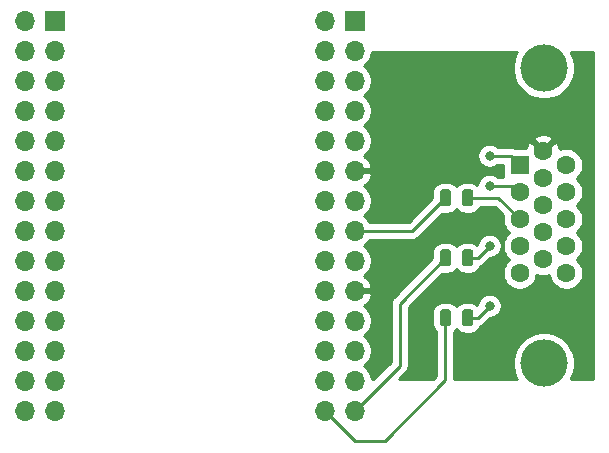
<source format=gbr>
G04 #@! TF.GenerationSoftware,KiCad,Pcbnew,(5.1.5)-3*
G04 #@! TF.CreationDate,2020-05-06T19:22:20+02:00*
G04 #@! TF.ProjectId,VGA_adapter,5647415f-6164-4617-9074-65722e6b6963,rev?*
G04 #@! TF.SameCoordinates,Original*
G04 #@! TF.FileFunction,Copper,L1,Top*
G04 #@! TF.FilePolarity,Positive*
%FSLAX46Y46*%
G04 Gerber Fmt 4.6, Leading zero omitted, Abs format (unit mm)*
G04 Created by KiCad (PCBNEW (5.1.5)-3) date 2020-05-06 19:22:20*
%MOMM*%
%LPD*%
G04 APERTURE LIST*
%ADD10C,0.100000*%
%ADD11C,4.000000*%
%ADD12C,1.600000*%
%ADD13R,1.600000X1.600000*%
%ADD14O,1.700000X1.700000*%
%ADD15R,1.700000X1.700000*%
%ADD16C,0.800000*%
%ADD17C,0.250000*%
%ADD18C,0.254000*%
G04 APERTURE END LIST*
G04 #@! TA.AperFunction,SMDPad,CuDef*
D10*
G36*
X172401142Y-103187174D02*
G01*
X172424803Y-103190684D01*
X172448007Y-103196496D01*
X172470529Y-103204554D01*
X172492153Y-103214782D01*
X172512670Y-103227079D01*
X172531883Y-103241329D01*
X172549607Y-103257393D01*
X172565671Y-103275117D01*
X172579921Y-103294330D01*
X172592218Y-103314847D01*
X172602446Y-103336471D01*
X172610504Y-103358993D01*
X172616316Y-103382197D01*
X172619826Y-103405858D01*
X172621000Y-103429750D01*
X172621000Y-104342250D01*
X172619826Y-104366142D01*
X172616316Y-104389803D01*
X172610504Y-104413007D01*
X172602446Y-104435529D01*
X172592218Y-104457153D01*
X172579921Y-104477670D01*
X172565671Y-104496883D01*
X172549607Y-104514607D01*
X172531883Y-104530671D01*
X172512670Y-104544921D01*
X172492153Y-104557218D01*
X172470529Y-104567446D01*
X172448007Y-104575504D01*
X172424803Y-104581316D01*
X172401142Y-104584826D01*
X172377250Y-104586000D01*
X171889750Y-104586000D01*
X171865858Y-104584826D01*
X171842197Y-104581316D01*
X171818993Y-104575504D01*
X171796471Y-104567446D01*
X171774847Y-104557218D01*
X171754330Y-104544921D01*
X171735117Y-104530671D01*
X171717393Y-104514607D01*
X171701329Y-104496883D01*
X171687079Y-104477670D01*
X171674782Y-104457153D01*
X171664554Y-104435529D01*
X171656496Y-104413007D01*
X171650684Y-104389803D01*
X171647174Y-104366142D01*
X171646000Y-104342250D01*
X171646000Y-103429750D01*
X171647174Y-103405858D01*
X171650684Y-103382197D01*
X171656496Y-103358993D01*
X171664554Y-103336471D01*
X171674782Y-103314847D01*
X171687079Y-103294330D01*
X171701329Y-103275117D01*
X171717393Y-103257393D01*
X171735117Y-103241329D01*
X171754330Y-103227079D01*
X171774847Y-103214782D01*
X171796471Y-103204554D01*
X171818993Y-103196496D01*
X171842197Y-103190684D01*
X171865858Y-103187174D01*
X171889750Y-103186000D01*
X172377250Y-103186000D01*
X172401142Y-103187174D01*
G37*
G04 #@! TD.AperFunction*
G04 #@! TA.AperFunction,SMDPad,CuDef*
G36*
X170526142Y-103187174D02*
G01*
X170549803Y-103190684D01*
X170573007Y-103196496D01*
X170595529Y-103204554D01*
X170617153Y-103214782D01*
X170637670Y-103227079D01*
X170656883Y-103241329D01*
X170674607Y-103257393D01*
X170690671Y-103275117D01*
X170704921Y-103294330D01*
X170717218Y-103314847D01*
X170727446Y-103336471D01*
X170735504Y-103358993D01*
X170741316Y-103382197D01*
X170744826Y-103405858D01*
X170746000Y-103429750D01*
X170746000Y-104342250D01*
X170744826Y-104366142D01*
X170741316Y-104389803D01*
X170735504Y-104413007D01*
X170727446Y-104435529D01*
X170717218Y-104457153D01*
X170704921Y-104477670D01*
X170690671Y-104496883D01*
X170674607Y-104514607D01*
X170656883Y-104530671D01*
X170637670Y-104544921D01*
X170617153Y-104557218D01*
X170595529Y-104567446D01*
X170573007Y-104575504D01*
X170549803Y-104581316D01*
X170526142Y-104584826D01*
X170502250Y-104586000D01*
X170014750Y-104586000D01*
X169990858Y-104584826D01*
X169967197Y-104581316D01*
X169943993Y-104575504D01*
X169921471Y-104567446D01*
X169899847Y-104557218D01*
X169879330Y-104544921D01*
X169860117Y-104530671D01*
X169842393Y-104514607D01*
X169826329Y-104496883D01*
X169812079Y-104477670D01*
X169799782Y-104457153D01*
X169789554Y-104435529D01*
X169781496Y-104413007D01*
X169775684Y-104389803D01*
X169772174Y-104366142D01*
X169771000Y-104342250D01*
X169771000Y-103429750D01*
X169772174Y-103405858D01*
X169775684Y-103382197D01*
X169781496Y-103358993D01*
X169789554Y-103336471D01*
X169799782Y-103314847D01*
X169812079Y-103294330D01*
X169826329Y-103275117D01*
X169842393Y-103257393D01*
X169860117Y-103241329D01*
X169879330Y-103227079D01*
X169899847Y-103214782D01*
X169921471Y-103204554D01*
X169943993Y-103196496D01*
X169967197Y-103190684D01*
X169990858Y-103187174D01*
X170014750Y-103186000D01*
X170502250Y-103186000D01*
X170526142Y-103187174D01*
G37*
G04 #@! TD.AperFunction*
G04 #@! TA.AperFunction,SMDPad,CuDef*
G36*
X172401142Y-98107174D02*
G01*
X172424803Y-98110684D01*
X172448007Y-98116496D01*
X172470529Y-98124554D01*
X172492153Y-98134782D01*
X172512670Y-98147079D01*
X172531883Y-98161329D01*
X172549607Y-98177393D01*
X172565671Y-98195117D01*
X172579921Y-98214330D01*
X172592218Y-98234847D01*
X172602446Y-98256471D01*
X172610504Y-98278993D01*
X172616316Y-98302197D01*
X172619826Y-98325858D01*
X172621000Y-98349750D01*
X172621000Y-99262250D01*
X172619826Y-99286142D01*
X172616316Y-99309803D01*
X172610504Y-99333007D01*
X172602446Y-99355529D01*
X172592218Y-99377153D01*
X172579921Y-99397670D01*
X172565671Y-99416883D01*
X172549607Y-99434607D01*
X172531883Y-99450671D01*
X172512670Y-99464921D01*
X172492153Y-99477218D01*
X172470529Y-99487446D01*
X172448007Y-99495504D01*
X172424803Y-99501316D01*
X172401142Y-99504826D01*
X172377250Y-99506000D01*
X171889750Y-99506000D01*
X171865858Y-99504826D01*
X171842197Y-99501316D01*
X171818993Y-99495504D01*
X171796471Y-99487446D01*
X171774847Y-99477218D01*
X171754330Y-99464921D01*
X171735117Y-99450671D01*
X171717393Y-99434607D01*
X171701329Y-99416883D01*
X171687079Y-99397670D01*
X171674782Y-99377153D01*
X171664554Y-99355529D01*
X171656496Y-99333007D01*
X171650684Y-99309803D01*
X171647174Y-99286142D01*
X171646000Y-99262250D01*
X171646000Y-98349750D01*
X171647174Y-98325858D01*
X171650684Y-98302197D01*
X171656496Y-98278993D01*
X171664554Y-98256471D01*
X171674782Y-98234847D01*
X171687079Y-98214330D01*
X171701329Y-98195117D01*
X171717393Y-98177393D01*
X171735117Y-98161329D01*
X171754330Y-98147079D01*
X171774847Y-98134782D01*
X171796471Y-98124554D01*
X171818993Y-98116496D01*
X171842197Y-98110684D01*
X171865858Y-98107174D01*
X171889750Y-98106000D01*
X172377250Y-98106000D01*
X172401142Y-98107174D01*
G37*
G04 #@! TD.AperFunction*
G04 #@! TA.AperFunction,SMDPad,CuDef*
G36*
X170526142Y-98107174D02*
G01*
X170549803Y-98110684D01*
X170573007Y-98116496D01*
X170595529Y-98124554D01*
X170617153Y-98134782D01*
X170637670Y-98147079D01*
X170656883Y-98161329D01*
X170674607Y-98177393D01*
X170690671Y-98195117D01*
X170704921Y-98214330D01*
X170717218Y-98234847D01*
X170727446Y-98256471D01*
X170735504Y-98278993D01*
X170741316Y-98302197D01*
X170744826Y-98325858D01*
X170746000Y-98349750D01*
X170746000Y-99262250D01*
X170744826Y-99286142D01*
X170741316Y-99309803D01*
X170735504Y-99333007D01*
X170727446Y-99355529D01*
X170717218Y-99377153D01*
X170704921Y-99397670D01*
X170690671Y-99416883D01*
X170674607Y-99434607D01*
X170656883Y-99450671D01*
X170637670Y-99464921D01*
X170617153Y-99477218D01*
X170595529Y-99487446D01*
X170573007Y-99495504D01*
X170549803Y-99501316D01*
X170526142Y-99504826D01*
X170502250Y-99506000D01*
X170014750Y-99506000D01*
X169990858Y-99504826D01*
X169967197Y-99501316D01*
X169943993Y-99495504D01*
X169921471Y-99487446D01*
X169899847Y-99477218D01*
X169879330Y-99464921D01*
X169860117Y-99450671D01*
X169842393Y-99434607D01*
X169826329Y-99416883D01*
X169812079Y-99397670D01*
X169799782Y-99377153D01*
X169789554Y-99355529D01*
X169781496Y-99333007D01*
X169775684Y-99309803D01*
X169772174Y-99286142D01*
X169771000Y-99262250D01*
X169771000Y-98349750D01*
X169772174Y-98325858D01*
X169775684Y-98302197D01*
X169781496Y-98278993D01*
X169789554Y-98256471D01*
X169799782Y-98234847D01*
X169812079Y-98214330D01*
X169826329Y-98195117D01*
X169842393Y-98177393D01*
X169860117Y-98161329D01*
X169879330Y-98147079D01*
X169899847Y-98134782D01*
X169921471Y-98124554D01*
X169943993Y-98116496D01*
X169967197Y-98110684D01*
X169990858Y-98107174D01*
X170014750Y-98106000D01*
X170502250Y-98106000D01*
X170526142Y-98107174D01*
G37*
G04 #@! TD.AperFunction*
G04 #@! TA.AperFunction,SMDPad,CuDef*
G36*
X170526142Y-108267174D02*
G01*
X170549803Y-108270684D01*
X170573007Y-108276496D01*
X170595529Y-108284554D01*
X170617153Y-108294782D01*
X170637670Y-108307079D01*
X170656883Y-108321329D01*
X170674607Y-108337393D01*
X170690671Y-108355117D01*
X170704921Y-108374330D01*
X170717218Y-108394847D01*
X170727446Y-108416471D01*
X170735504Y-108438993D01*
X170741316Y-108462197D01*
X170744826Y-108485858D01*
X170746000Y-108509750D01*
X170746000Y-109422250D01*
X170744826Y-109446142D01*
X170741316Y-109469803D01*
X170735504Y-109493007D01*
X170727446Y-109515529D01*
X170717218Y-109537153D01*
X170704921Y-109557670D01*
X170690671Y-109576883D01*
X170674607Y-109594607D01*
X170656883Y-109610671D01*
X170637670Y-109624921D01*
X170617153Y-109637218D01*
X170595529Y-109647446D01*
X170573007Y-109655504D01*
X170549803Y-109661316D01*
X170526142Y-109664826D01*
X170502250Y-109666000D01*
X170014750Y-109666000D01*
X169990858Y-109664826D01*
X169967197Y-109661316D01*
X169943993Y-109655504D01*
X169921471Y-109647446D01*
X169899847Y-109637218D01*
X169879330Y-109624921D01*
X169860117Y-109610671D01*
X169842393Y-109594607D01*
X169826329Y-109576883D01*
X169812079Y-109557670D01*
X169799782Y-109537153D01*
X169789554Y-109515529D01*
X169781496Y-109493007D01*
X169775684Y-109469803D01*
X169772174Y-109446142D01*
X169771000Y-109422250D01*
X169771000Y-108509750D01*
X169772174Y-108485858D01*
X169775684Y-108462197D01*
X169781496Y-108438993D01*
X169789554Y-108416471D01*
X169799782Y-108394847D01*
X169812079Y-108374330D01*
X169826329Y-108355117D01*
X169842393Y-108337393D01*
X169860117Y-108321329D01*
X169879330Y-108307079D01*
X169899847Y-108294782D01*
X169921471Y-108284554D01*
X169943993Y-108276496D01*
X169967197Y-108270684D01*
X169990858Y-108267174D01*
X170014750Y-108266000D01*
X170502250Y-108266000D01*
X170526142Y-108267174D01*
G37*
G04 #@! TD.AperFunction*
G04 #@! TA.AperFunction,SMDPad,CuDef*
G36*
X172401142Y-108267174D02*
G01*
X172424803Y-108270684D01*
X172448007Y-108276496D01*
X172470529Y-108284554D01*
X172492153Y-108294782D01*
X172512670Y-108307079D01*
X172531883Y-108321329D01*
X172549607Y-108337393D01*
X172565671Y-108355117D01*
X172579921Y-108374330D01*
X172592218Y-108394847D01*
X172602446Y-108416471D01*
X172610504Y-108438993D01*
X172616316Y-108462197D01*
X172619826Y-108485858D01*
X172621000Y-108509750D01*
X172621000Y-109422250D01*
X172619826Y-109446142D01*
X172616316Y-109469803D01*
X172610504Y-109493007D01*
X172602446Y-109515529D01*
X172592218Y-109537153D01*
X172579921Y-109557670D01*
X172565671Y-109576883D01*
X172549607Y-109594607D01*
X172531883Y-109610671D01*
X172512670Y-109624921D01*
X172492153Y-109637218D01*
X172470529Y-109647446D01*
X172448007Y-109655504D01*
X172424803Y-109661316D01*
X172401142Y-109664826D01*
X172377250Y-109666000D01*
X171889750Y-109666000D01*
X171865858Y-109664826D01*
X171842197Y-109661316D01*
X171818993Y-109655504D01*
X171796471Y-109647446D01*
X171774847Y-109637218D01*
X171754330Y-109624921D01*
X171735117Y-109610671D01*
X171717393Y-109594607D01*
X171701329Y-109576883D01*
X171687079Y-109557670D01*
X171674782Y-109537153D01*
X171664554Y-109515529D01*
X171656496Y-109493007D01*
X171650684Y-109469803D01*
X171647174Y-109446142D01*
X171646000Y-109422250D01*
X171646000Y-108509750D01*
X171647174Y-108485858D01*
X171650684Y-108462197D01*
X171656496Y-108438993D01*
X171664554Y-108416471D01*
X171674782Y-108394847D01*
X171687079Y-108374330D01*
X171701329Y-108355117D01*
X171717393Y-108337393D01*
X171735117Y-108321329D01*
X171754330Y-108307079D01*
X171774847Y-108294782D01*
X171796471Y-108284554D01*
X171818993Y-108276496D01*
X171842197Y-108270684D01*
X171865858Y-108267174D01*
X171889750Y-108266000D01*
X172377250Y-108266000D01*
X172401142Y-108267174D01*
G37*
G04 #@! TD.AperFunction*
D11*
X178580000Y-87827000D03*
X178580000Y-112827000D03*
D12*
X180490000Y-105172000D03*
X180490000Y-102882000D03*
X180490000Y-100592000D03*
X180490000Y-98302000D03*
X180490000Y-96012000D03*
X178510000Y-104027000D03*
X178510000Y-101737000D03*
X178510000Y-99447000D03*
X178510000Y-97157000D03*
X178510000Y-94867000D03*
X176530000Y-105172000D03*
X176530000Y-102882000D03*
X176530000Y-100592000D03*
X176530000Y-98302000D03*
D13*
X176530000Y-96012000D03*
D14*
X160020000Y-104140000D03*
X162560000Y-106680000D03*
X162560000Y-111760000D03*
X160020000Y-111760000D03*
X160020000Y-106680000D03*
X160020000Y-114300000D03*
X160020000Y-93980000D03*
X162560000Y-93980000D03*
X160020000Y-109220000D03*
X160020000Y-101600000D03*
X160020000Y-96520000D03*
X162560000Y-99060000D03*
X162560000Y-101600000D03*
X162560000Y-114300000D03*
X162560000Y-104140000D03*
X160020000Y-91440000D03*
X160020000Y-99060000D03*
X162560000Y-116840000D03*
X160020000Y-116840000D03*
X162560000Y-96520000D03*
X162560000Y-109220000D03*
X160020000Y-88900000D03*
X162560000Y-91440000D03*
D15*
X162560000Y-83820000D03*
D14*
X160020000Y-83820000D03*
X162560000Y-86360000D03*
X160020000Y-86360000D03*
X162560000Y-88900000D03*
X134620000Y-116840000D03*
X137160000Y-116840000D03*
X134620000Y-114300000D03*
X137160000Y-114300000D03*
X134620000Y-111760000D03*
X137160000Y-111760000D03*
X134620000Y-109220000D03*
X137160000Y-109220000D03*
X134620000Y-106680000D03*
X137160000Y-106680000D03*
X134620000Y-104140000D03*
X137160000Y-104140000D03*
X134620000Y-101600000D03*
X137160000Y-101600000D03*
X134620000Y-99060000D03*
X137160000Y-99060000D03*
X134620000Y-96520000D03*
X137160000Y-96520000D03*
X134620000Y-93980000D03*
X137160000Y-93980000D03*
X134620000Y-91440000D03*
X137160000Y-91440000D03*
X134620000Y-88900000D03*
X137160000Y-88900000D03*
X134620000Y-86360000D03*
X137160000Y-86360000D03*
X134620000Y-83820000D03*
D15*
X137160000Y-83820000D03*
D16*
X173990000Y-102870000D03*
X173990000Y-107950000D03*
X173990000Y-97790000D03*
X173990000Y-95250000D03*
D17*
X174744000Y-98806000D02*
X176530000Y-100592000D01*
X172133500Y-98806000D02*
X174744000Y-98806000D01*
X172974000Y-103886000D02*
X173990000Y-102870000D01*
X172133500Y-103886000D02*
X172974000Y-103886000D01*
X176018000Y-97790000D02*
X176530000Y-98302000D01*
X173990000Y-97790000D02*
X176018000Y-97790000D01*
X172133500Y-108966000D02*
X172974000Y-108966000D01*
X172974000Y-108966000D02*
X173990000Y-107950000D01*
X175768000Y-95250000D02*
X176530000Y-96012000D01*
X173990000Y-95250000D02*
X175768000Y-95250000D01*
X167464500Y-101600000D02*
X170258500Y-98806000D01*
X162560000Y-101600000D02*
X167464500Y-101600000D01*
X170258500Y-103886000D02*
X166370000Y-107774500D01*
X166370000Y-113030000D02*
X162560000Y-116840000D01*
X166370000Y-107774500D02*
X166370000Y-113030000D01*
X170258500Y-108966000D02*
X170258500Y-114221500D01*
X170258500Y-114221500D02*
X165100000Y-119380000D01*
X162560000Y-119380000D02*
X160020000Y-116840000D01*
X165100000Y-119380000D02*
X162560000Y-119380000D01*
D18*
G36*
X176244893Y-86578859D02*
G01*
X176046261Y-87058399D01*
X175945000Y-87567475D01*
X175945000Y-88086525D01*
X176046261Y-88595601D01*
X176244893Y-89075141D01*
X176533262Y-89506715D01*
X176900285Y-89873738D01*
X177331859Y-90162107D01*
X177811399Y-90360739D01*
X178320475Y-90462000D01*
X178839525Y-90462000D01*
X179348601Y-90360739D01*
X179828141Y-90162107D01*
X180259715Y-89873738D01*
X180626738Y-89506715D01*
X180915107Y-89075141D01*
X181113739Y-88595601D01*
X181215000Y-88086525D01*
X181215000Y-87567475D01*
X181113739Y-87058399D01*
X180915107Y-86578859D01*
X180853729Y-86487000D01*
X182753000Y-86487000D01*
X182753000Y-114173000D01*
X180849720Y-114173000D01*
X180915107Y-114075141D01*
X181113739Y-113595601D01*
X181215000Y-113086525D01*
X181215000Y-112567475D01*
X181113739Y-112058399D01*
X180915107Y-111578859D01*
X180626738Y-111147285D01*
X180259715Y-110780262D01*
X179828141Y-110491893D01*
X179348601Y-110293261D01*
X178839525Y-110192000D01*
X178320475Y-110192000D01*
X177811399Y-110293261D01*
X177331859Y-110491893D01*
X176900285Y-110780262D01*
X176533262Y-111147285D01*
X176244893Y-111578859D01*
X176046261Y-112058399D01*
X175945000Y-112567475D01*
X175945000Y-113086525D01*
X176046261Y-113595601D01*
X176244893Y-114075141D01*
X176310280Y-114173000D01*
X171018500Y-114173000D01*
X171018500Y-110133845D01*
X171125792Y-110045792D01*
X171196000Y-109960244D01*
X171266208Y-110045792D01*
X171399836Y-110155458D01*
X171552291Y-110236947D01*
X171717715Y-110287128D01*
X171889750Y-110304072D01*
X172377250Y-110304072D01*
X172549285Y-110287128D01*
X172714709Y-110236947D01*
X172867164Y-110155458D01*
X173000792Y-110045792D01*
X173110458Y-109912164D01*
X173191947Y-109759709D01*
X173213872Y-109687434D01*
X173266247Y-109671546D01*
X173398276Y-109600974D01*
X173514001Y-109506001D01*
X173537804Y-109476998D01*
X174029802Y-108985000D01*
X174091939Y-108985000D01*
X174291898Y-108945226D01*
X174480256Y-108867205D01*
X174649774Y-108753937D01*
X174793937Y-108609774D01*
X174907205Y-108440256D01*
X174985226Y-108251898D01*
X175025000Y-108051939D01*
X175025000Y-107848061D01*
X174985226Y-107648102D01*
X174907205Y-107459744D01*
X174793937Y-107290226D01*
X174649774Y-107146063D01*
X174480256Y-107032795D01*
X174291898Y-106954774D01*
X174091939Y-106915000D01*
X173888061Y-106915000D01*
X173688102Y-106954774D01*
X173499744Y-107032795D01*
X173330226Y-107146063D01*
X173186063Y-107290226D01*
X173072795Y-107459744D01*
X172994774Y-107648102D01*
X172955000Y-107848061D01*
X172955000Y-107848627D01*
X172867164Y-107776542D01*
X172714709Y-107695053D01*
X172549285Y-107644872D01*
X172377250Y-107627928D01*
X171889750Y-107627928D01*
X171717715Y-107644872D01*
X171552291Y-107695053D01*
X171399836Y-107776542D01*
X171266208Y-107886208D01*
X171196000Y-107971756D01*
X171125792Y-107886208D01*
X170992164Y-107776542D01*
X170839709Y-107695053D01*
X170674285Y-107644872D01*
X170502250Y-107627928D01*
X170014750Y-107627928D01*
X169842715Y-107644872D01*
X169677291Y-107695053D01*
X169524836Y-107776542D01*
X169391208Y-107886208D01*
X169281542Y-108019836D01*
X169200053Y-108172291D01*
X169149872Y-108337715D01*
X169132928Y-108509750D01*
X169132928Y-109422250D01*
X169149872Y-109594285D01*
X169200053Y-109759709D01*
X169281542Y-109912164D01*
X169391208Y-110045792D01*
X169498500Y-110133845D01*
X169498501Y-113906697D01*
X169232198Y-114173000D01*
X166301802Y-114173000D01*
X166881003Y-113593799D01*
X166910001Y-113570001D01*
X167004974Y-113454276D01*
X167075546Y-113322247D01*
X167119003Y-113178986D01*
X167130000Y-113067333D01*
X167130000Y-113067325D01*
X167133676Y-113030000D01*
X167130000Y-112992675D01*
X167130000Y-108089301D01*
X169996981Y-105222322D01*
X170014750Y-105224072D01*
X170502250Y-105224072D01*
X170674285Y-105207128D01*
X170839709Y-105156947D01*
X170992164Y-105075458D01*
X171125792Y-104965792D01*
X171196000Y-104880244D01*
X171266208Y-104965792D01*
X171399836Y-105075458D01*
X171552291Y-105156947D01*
X171717715Y-105207128D01*
X171889750Y-105224072D01*
X172377250Y-105224072D01*
X172549285Y-105207128D01*
X172714709Y-105156947D01*
X172867164Y-105075458D01*
X173000792Y-104965792D01*
X173110458Y-104832164D01*
X173191947Y-104679709D01*
X173213872Y-104607434D01*
X173266247Y-104591546D01*
X173398276Y-104520974D01*
X173514001Y-104426001D01*
X173537804Y-104396998D01*
X174029802Y-103905000D01*
X174091939Y-103905000D01*
X174291898Y-103865226D01*
X174480256Y-103787205D01*
X174649774Y-103673937D01*
X174793937Y-103529774D01*
X174907205Y-103360256D01*
X174985226Y-103171898D01*
X175025000Y-102971939D01*
X175025000Y-102768061D01*
X174985226Y-102568102D01*
X174907205Y-102379744D01*
X174793937Y-102210226D01*
X174649774Y-102066063D01*
X174480256Y-101952795D01*
X174291898Y-101874774D01*
X174091939Y-101835000D01*
X173888061Y-101835000D01*
X173688102Y-101874774D01*
X173499744Y-101952795D01*
X173330226Y-102066063D01*
X173186063Y-102210226D01*
X173072795Y-102379744D01*
X172994774Y-102568102D01*
X172955000Y-102768061D01*
X172955000Y-102768627D01*
X172867164Y-102696542D01*
X172714709Y-102615053D01*
X172549285Y-102564872D01*
X172377250Y-102547928D01*
X171889750Y-102547928D01*
X171717715Y-102564872D01*
X171552291Y-102615053D01*
X171399836Y-102696542D01*
X171266208Y-102806208D01*
X171196000Y-102891756D01*
X171125792Y-102806208D01*
X170992164Y-102696542D01*
X170839709Y-102615053D01*
X170674285Y-102564872D01*
X170502250Y-102547928D01*
X170014750Y-102547928D01*
X169842715Y-102564872D01*
X169677291Y-102615053D01*
X169524836Y-102696542D01*
X169391208Y-102806208D01*
X169281542Y-102939836D01*
X169200053Y-103092291D01*
X169149872Y-103257715D01*
X169132928Y-103429750D01*
X169132928Y-103936769D01*
X165859003Y-107210696D01*
X165829999Y-107234499D01*
X165774871Y-107301674D01*
X165735026Y-107350224D01*
X165683341Y-107446920D01*
X165664454Y-107482254D01*
X165620997Y-107625515D01*
X165610000Y-107737168D01*
X165610000Y-107737178D01*
X165606324Y-107774500D01*
X165610000Y-107811823D01*
X165610001Y-112715197D01*
X164152198Y-114173000D01*
X164045000Y-114173000D01*
X164045000Y-114153740D01*
X163987932Y-113866842D01*
X163875990Y-113596589D01*
X163713475Y-113353368D01*
X163506632Y-113146525D01*
X163332240Y-113030000D01*
X163506632Y-112913475D01*
X163713475Y-112706632D01*
X163875990Y-112463411D01*
X163987932Y-112193158D01*
X164045000Y-111906260D01*
X164045000Y-111613740D01*
X163987932Y-111326842D01*
X163875990Y-111056589D01*
X163713475Y-110813368D01*
X163506632Y-110606525D01*
X163332240Y-110490000D01*
X163506632Y-110373475D01*
X163713475Y-110166632D01*
X163875990Y-109923411D01*
X163987932Y-109653158D01*
X164045000Y-109366260D01*
X164045000Y-109073740D01*
X163987932Y-108786842D01*
X163875990Y-108516589D01*
X163713475Y-108273368D01*
X163506632Y-108066525D01*
X163324466Y-107944805D01*
X163441355Y-107875178D01*
X163657588Y-107680269D01*
X163831641Y-107446920D01*
X163956825Y-107184099D01*
X164001476Y-107036890D01*
X163880155Y-106807000D01*
X162687000Y-106807000D01*
X162687000Y-106553000D01*
X163880155Y-106553000D01*
X164001476Y-106323110D01*
X163956825Y-106175901D01*
X163831641Y-105913080D01*
X163657588Y-105679731D01*
X163441355Y-105484822D01*
X163324466Y-105415195D01*
X163506632Y-105293475D01*
X163713475Y-105086632D01*
X163875990Y-104843411D01*
X163987932Y-104573158D01*
X164045000Y-104286260D01*
X164045000Y-103993740D01*
X163987932Y-103706842D01*
X163875990Y-103436589D01*
X163713475Y-103193368D01*
X163506632Y-102986525D01*
X163332240Y-102870000D01*
X163506632Y-102753475D01*
X163713475Y-102546632D01*
X163838178Y-102360000D01*
X167427178Y-102360000D01*
X167464500Y-102363676D01*
X167501822Y-102360000D01*
X167501833Y-102360000D01*
X167613486Y-102349003D01*
X167756747Y-102305546D01*
X167888776Y-102234974D01*
X168004501Y-102140001D01*
X168028304Y-102110997D01*
X169996980Y-100142322D01*
X170014750Y-100144072D01*
X170502250Y-100144072D01*
X170674285Y-100127128D01*
X170839709Y-100076947D01*
X170992164Y-99995458D01*
X171125792Y-99885792D01*
X171196000Y-99800244D01*
X171266208Y-99885792D01*
X171399836Y-99995458D01*
X171552291Y-100076947D01*
X171717715Y-100127128D01*
X171889750Y-100144072D01*
X172377250Y-100144072D01*
X172549285Y-100127128D01*
X172714709Y-100076947D01*
X172867164Y-99995458D01*
X173000792Y-99885792D01*
X173110458Y-99752164D01*
X173191947Y-99599709D01*
X173202173Y-99566000D01*
X174429199Y-99566000D01*
X175131312Y-100268114D01*
X175095000Y-100450665D01*
X175095000Y-100733335D01*
X175150147Y-101010574D01*
X175258320Y-101271727D01*
X175415363Y-101506759D01*
X175615241Y-101706637D01*
X175660683Y-101737000D01*
X175615241Y-101767363D01*
X175415363Y-101967241D01*
X175258320Y-102202273D01*
X175150147Y-102463426D01*
X175095000Y-102740665D01*
X175095000Y-103023335D01*
X175150147Y-103300574D01*
X175258320Y-103561727D01*
X175415363Y-103796759D01*
X175615241Y-103996637D01*
X175660683Y-104027000D01*
X175615241Y-104057363D01*
X175415363Y-104257241D01*
X175258320Y-104492273D01*
X175150147Y-104753426D01*
X175095000Y-105030665D01*
X175095000Y-105313335D01*
X175150147Y-105590574D01*
X175258320Y-105851727D01*
X175415363Y-106086759D01*
X175615241Y-106286637D01*
X175850273Y-106443680D01*
X176111426Y-106551853D01*
X176388665Y-106607000D01*
X176671335Y-106607000D01*
X176948574Y-106551853D01*
X177209727Y-106443680D01*
X177444759Y-106286637D01*
X177644637Y-106086759D01*
X177801680Y-105851727D01*
X177909853Y-105590574D01*
X177957124Y-105352929D01*
X178023996Y-105384571D01*
X178298184Y-105453300D01*
X178580512Y-105467217D01*
X178860130Y-105425787D01*
X179062941Y-105353258D01*
X179110147Y-105590574D01*
X179218320Y-105851727D01*
X179375363Y-106086759D01*
X179575241Y-106286637D01*
X179810273Y-106443680D01*
X180071426Y-106551853D01*
X180348665Y-106607000D01*
X180631335Y-106607000D01*
X180908574Y-106551853D01*
X181169727Y-106443680D01*
X181404759Y-106286637D01*
X181604637Y-106086759D01*
X181761680Y-105851727D01*
X181869853Y-105590574D01*
X181925000Y-105313335D01*
X181925000Y-105030665D01*
X181869853Y-104753426D01*
X181761680Y-104492273D01*
X181604637Y-104257241D01*
X181404759Y-104057363D01*
X181359317Y-104027000D01*
X181404759Y-103996637D01*
X181604637Y-103796759D01*
X181761680Y-103561727D01*
X181869853Y-103300574D01*
X181925000Y-103023335D01*
X181925000Y-102740665D01*
X181869853Y-102463426D01*
X181761680Y-102202273D01*
X181604637Y-101967241D01*
X181404759Y-101767363D01*
X181359317Y-101737000D01*
X181404759Y-101706637D01*
X181604637Y-101506759D01*
X181761680Y-101271727D01*
X181869853Y-101010574D01*
X181925000Y-100733335D01*
X181925000Y-100450665D01*
X181869853Y-100173426D01*
X181761680Y-99912273D01*
X181604637Y-99677241D01*
X181404759Y-99477363D01*
X181359317Y-99447000D01*
X181404759Y-99416637D01*
X181604637Y-99216759D01*
X181761680Y-98981727D01*
X181869853Y-98720574D01*
X181925000Y-98443335D01*
X181925000Y-98160665D01*
X181869853Y-97883426D01*
X181761680Y-97622273D01*
X181604637Y-97387241D01*
X181404759Y-97187363D01*
X181359317Y-97157000D01*
X181404759Y-97126637D01*
X181604637Y-96926759D01*
X181761680Y-96691727D01*
X181869853Y-96430574D01*
X181925000Y-96153335D01*
X181925000Y-95870665D01*
X181869853Y-95593426D01*
X181761680Y-95332273D01*
X181604637Y-95097241D01*
X181404759Y-94897363D01*
X181169727Y-94740320D01*
X180908574Y-94632147D01*
X180631335Y-94577000D01*
X180348665Y-94577000D01*
X180071426Y-94632147D01*
X179934284Y-94688953D01*
X179908787Y-94516870D01*
X179813603Y-94250708D01*
X179746671Y-94125486D01*
X179502702Y-94053903D01*
X178689605Y-94867000D01*
X178703748Y-94881143D01*
X178524143Y-95060748D01*
X178510000Y-95046605D01*
X178495858Y-95060748D01*
X178316253Y-94881143D01*
X178330395Y-94867000D01*
X177517298Y-94053903D01*
X177273329Y-94125486D01*
X177152429Y-94380996D01*
X177104068Y-94573928D01*
X176115388Y-94573928D01*
X176060247Y-94544454D01*
X175916986Y-94500997D01*
X175805333Y-94490000D01*
X175805322Y-94490000D01*
X175768000Y-94486324D01*
X175730678Y-94490000D01*
X174693711Y-94490000D01*
X174649774Y-94446063D01*
X174480256Y-94332795D01*
X174291898Y-94254774D01*
X174091939Y-94215000D01*
X173888061Y-94215000D01*
X173688102Y-94254774D01*
X173499744Y-94332795D01*
X173330226Y-94446063D01*
X173186063Y-94590226D01*
X173072795Y-94759744D01*
X172994774Y-94948102D01*
X172955000Y-95148061D01*
X172955000Y-95351939D01*
X172994774Y-95551898D01*
X173072795Y-95740256D01*
X173186063Y-95909774D01*
X173330226Y-96053937D01*
X173499744Y-96167205D01*
X173688102Y-96245226D01*
X173888061Y-96285000D01*
X174091939Y-96285000D01*
X174291898Y-96245226D01*
X174480256Y-96167205D01*
X174649774Y-96053937D01*
X174693711Y-96010000D01*
X175091928Y-96010000D01*
X175091928Y-96812000D01*
X175104188Y-96936482D01*
X175132556Y-97030000D01*
X174693711Y-97030000D01*
X174649774Y-96986063D01*
X174480256Y-96872795D01*
X174291898Y-96794774D01*
X174091939Y-96755000D01*
X173888061Y-96755000D01*
X173688102Y-96794774D01*
X173499744Y-96872795D01*
X173330226Y-96986063D01*
X173186063Y-97130226D01*
X173072795Y-97299744D01*
X172994774Y-97488102D01*
X172955000Y-97688061D01*
X172955000Y-97688627D01*
X172867164Y-97616542D01*
X172714709Y-97535053D01*
X172549285Y-97484872D01*
X172377250Y-97467928D01*
X171889750Y-97467928D01*
X171717715Y-97484872D01*
X171552291Y-97535053D01*
X171399836Y-97616542D01*
X171266208Y-97726208D01*
X171196000Y-97811756D01*
X171125792Y-97726208D01*
X170992164Y-97616542D01*
X170839709Y-97535053D01*
X170674285Y-97484872D01*
X170502250Y-97467928D01*
X170014750Y-97467928D01*
X169842715Y-97484872D01*
X169677291Y-97535053D01*
X169524836Y-97616542D01*
X169391208Y-97726208D01*
X169281542Y-97859836D01*
X169200053Y-98012291D01*
X169149872Y-98177715D01*
X169132928Y-98349750D01*
X169132928Y-98856770D01*
X167149699Y-100840000D01*
X163838178Y-100840000D01*
X163713475Y-100653368D01*
X163506632Y-100446525D01*
X163332240Y-100330000D01*
X163506632Y-100213475D01*
X163713475Y-100006632D01*
X163875990Y-99763411D01*
X163987932Y-99493158D01*
X164045000Y-99206260D01*
X164045000Y-98913740D01*
X163987932Y-98626842D01*
X163875990Y-98356589D01*
X163713475Y-98113368D01*
X163506632Y-97906525D01*
X163324466Y-97784805D01*
X163441355Y-97715178D01*
X163657588Y-97520269D01*
X163831641Y-97286920D01*
X163956825Y-97024099D01*
X164001476Y-96876890D01*
X163880155Y-96647000D01*
X162687000Y-96647000D01*
X162687000Y-96393000D01*
X163880155Y-96393000D01*
X164001476Y-96163110D01*
X163956825Y-96015901D01*
X163831641Y-95753080D01*
X163657588Y-95519731D01*
X163441355Y-95324822D01*
X163324466Y-95255195D01*
X163506632Y-95133475D01*
X163713475Y-94926632D01*
X163875990Y-94683411D01*
X163987932Y-94413158D01*
X164045000Y-94126260D01*
X164045000Y-93874298D01*
X177696903Y-93874298D01*
X178510000Y-94687395D01*
X179323097Y-93874298D01*
X179251514Y-93630329D01*
X178996004Y-93509429D01*
X178721816Y-93440700D01*
X178439488Y-93426783D01*
X178159870Y-93468213D01*
X177893708Y-93563397D01*
X177768486Y-93630329D01*
X177696903Y-93874298D01*
X164045000Y-93874298D01*
X164045000Y-93833740D01*
X163987932Y-93546842D01*
X163875990Y-93276589D01*
X163713475Y-93033368D01*
X163506632Y-92826525D01*
X163332240Y-92710000D01*
X163506632Y-92593475D01*
X163713475Y-92386632D01*
X163875990Y-92143411D01*
X163987932Y-91873158D01*
X164045000Y-91586260D01*
X164045000Y-91293740D01*
X163987932Y-91006842D01*
X163875990Y-90736589D01*
X163713475Y-90493368D01*
X163506632Y-90286525D01*
X163332240Y-90170000D01*
X163506632Y-90053475D01*
X163713475Y-89846632D01*
X163875990Y-89603411D01*
X163987932Y-89333158D01*
X164045000Y-89046260D01*
X164045000Y-88753740D01*
X163987932Y-88466842D01*
X163875990Y-88196589D01*
X163713475Y-87953368D01*
X163506632Y-87746525D01*
X163332240Y-87630000D01*
X163506632Y-87513475D01*
X163713475Y-87306632D01*
X163875990Y-87063411D01*
X163987932Y-86793158D01*
X164045000Y-86506260D01*
X164045000Y-86487000D01*
X176306271Y-86487000D01*
X176244893Y-86578859D01*
G37*
X176244893Y-86578859D02*
X176046261Y-87058399D01*
X175945000Y-87567475D01*
X175945000Y-88086525D01*
X176046261Y-88595601D01*
X176244893Y-89075141D01*
X176533262Y-89506715D01*
X176900285Y-89873738D01*
X177331859Y-90162107D01*
X177811399Y-90360739D01*
X178320475Y-90462000D01*
X178839525Y-90462000D01*
X179348601Y-90360739D01*
X179828141Y-90162107D01*
X180259715Y-89873738D01*
X180626738Y-89506715D01*
X180915107Y-89075141D01*
X181113739Y-88595601D01*
X181215000Y-88086525D01*
X181215000Y-87567475D01*
X181113739Y-87058399D01*
X180915107Y-86578859D01*
X180853729Y-86487000D01*
X182753000Y-86487000D01*
X182753000Y-114173000D01*
X180849720Y-114173000D01*
X180915107Y-114075141D01*
X181113739Y-113595601D01*
X181215000Y-113086525D01*
X181215000Y-112567475D01*
X181113739Y-112058399D01*
X180915107Y-111578859D01*
X180626738Y-111147285D01*
X180259715Y-110780262D01*
X179828141Y-110491893D01*
X179348601Y-110293261D01*
X178839525Y-110192000D01*
X178320475Y-110192000D01*
X177811399Y-110293261D01*
X177331859Y-110491893D01*
X176900285Y-110780262D01*
X176533262Y-111147285D01*
X176244893Y-111578859D01*
X176046261Y-112058399D01*
X175945000Y-112567475D01*
X175945000Y-113086525D01*
X176046261Y-113595601D01*
X176244893Y-114075141D01*
X176310280Y-114173000D01*
X171018500Y-114173000D01*
X171018500Y-110133845D01*
X171125792Y-110045792D01*
X171196000Y-109960244D01*
X171266208Y-110045792D01*
X171399836Y-110155458D01*
X171552291Y-110236947D01*
X171717715Y-110287128D01*
X171889750Y-110304072D01*
X172377250Y-110304072D01*
X172549285Y-110287128D01*
X172714709Y-110236947D01*
X172867164Y-110155458D01*
X173000792Y-110045792D01*
X173110458Y-109912164D01*
X173191947Y-109759709D01*
X173213872Y-109687434D01*
X173266247Y-109671546D01*
X173398276Y-109600974D01*
X173514001Y-109506001D01*
X173537804Y-109476998D01*
X174029802Y-108985000D01*
X174091939Y-108985000D01*
X174291898Y-108945226D01*
X174480256Y-108867205D01*
X174649774Y-108753937D01*
X174793937Y-108609774D01*
X174907205Y-108440256D01*
X174985226Y-108251898D01*
X175025000Y-108051939D01*
X175025000Y-107848061D01*
X174985226Y-107648102D01*
X174907205Y-107459744D01*
X174793937Y-107290226D01*
X174649774Y-107146063D01*
X174480256Y-107032795D01*
X174291898Y-106954774D01*
X174091939Y-106915000D01*
X173888061Y-106915000D01*
X173688102Y-106954774D01*
X173499744Y-107032795D01*
X173330226Y-107146063D01*
X173186063Y-107290226D01*
X173072795Y-107459744D01*
X172994774Y-107648102D01*
X172955000Y-107848061D01*
X172955000Y-107848627D01*
X172867164Y-107776542D01*
X172714709Y-107695053D01*
X172549285Y-107644872D01*
X172377250Y-107627928D01*
X171889750Y-107627928D01*
X171717715Y-107644872D01*
X171552291Y-107695053D01*
X171399836Y-107776542D01*
X171266208Y-107886208D01*
X171196000Y-107971756D01*
X171125792Y-107886208D01*
X170992164Y-107776542D01*
X170839709Y-107695053D01*
X170674285Y-107644872D01*
X170502250Y-107627928D01*
X170014750Y-107627928D01*
X169842715Y-107644872D01*
X169677291Y-107695053D01*
X169524836Y-107776542D01*
X169391208Y-107886208D01*
X169281542Y-108019836D01*
X169200053Y-108172291D01*
X169149872Y-108337715D01*
X169132928Y-108509750D01*
X169132928Y-109422250D01*
X169149872Y-109594285D01*
X169200053Y-109759709D01*
X169281542Y-109912164D01*
X169391208Y-110045792D01*
X169498500Y-110133845D01*
X169498501Y-113906697D01*
X169232198Y-114173000D01*
X166301802Y-114173000D01*
X166881003Y-113593799D01*
X166910001Y-113570001D01*
X167004974Y-113454276D01*
X167075546Y-113322247D01*
X167119003Y-113178986D01*
X167130000Y-113067333D01*
X167130000Y-113067325D01*
X167133676Y-113030000D01*
X167130000Y-112992675D01*
X167130000Y-108089301D01*
X169996981Y-105222322D01*
X170014750Y-105224072D01*
X170502250Y-105224072D01*
X170674285Y-105207128D01*
X170839709Y-105156947D01*
X170992164Y-105075458D01*
X171125792Y-104965792D01*
X171196000Y-104880244D01*
X171266208Y-104965792D01*
X171399836Y-105075458D01*
X171552291Y-105156947D01*
X171717715Y-105207128D01*
X171889750Y-105224072D01*
X172377250Y-105224072D01*
X172549285Y-105207128D01*
X172714709Y-105156947D01*
X172867164Y-105075458D01*
X173000792Y-104965792D01*
X173110458Y-104832164D01*
X173191947Y-104679709D01*
X173213872Y-104607434D01*
X173266247Y-104591546D01*
X173398276Y-104520974D01*
X173514001Y-104426001D01*
X173537804Y-104396998D01*
X174029802Y-103905000D01*
X174091939Y-103905000D01*
X174291898Y-103865226D01*
X174480256Y-103787205D01*
X174649774Y-103673937D01*
X174793937Y-103529774D01*
X174907205Y-103360256D01*
X174985226Y-103171898D01*
X175025000Y-102971939D01*
X175025000Y-102768061D01*
X174985226Y-102568102D01*
X174907205Y-102379744D01*
X174793937Y-102210226D01*
X174649774Y-102066063D01*
X174480256Y-101952795D01*
X174291898Y-101874774D01*
X174091939Y-101835000D01*
X173888061Y-101835000D01*
X173688102Y-101874774D01*
X173499744Y-101952795D01*
X173330226Y-102066063D01*
X173186063Y-102210226D01*
X173072795Y-102379744D01*
X172994774Y-102568102D01*
X172955000Y-102768061D01*
X172955000Y-102768627D01*
X172867164Y-102696542D01*
X172714709Y-102615053D01*
X172549285Y-102564872D01*
X172377250Y-102547928D01*
X171889750Y-102547928D01*
X171717715Y-102564872D01*
X171552291Y-102615053D01*
X171399836Y-102696542D01*
X171266208Y-102806208D01*
X171196000Y-102891756D01*
X171125792Y-102806208D01*
X170992164Y-102696542D01*
X170839709Y-102615053D01*
X170674285Y-102564872D01*
X170502250Y-102547928D01*
X170014750Y-102547928D01*
X169842715Y-102564872D01*
X169677291Y-102615053D01*
X169524836Y-102696542D01*
X169391208Y-102806208D01*
X169281542Y-102939836D01*
X169200053Y-103092291D01*
X169149872Y-103257715D01*
X169132928Y-103429750D01*
X169132928Y-103936769D01*
X165859003Y-107210696D01*
X165829999Y-107234499D01*
X165774871Y-107301674D01*
X165735026Y-107350224D01*
X165683341Y-107446920D01*
X165664454Y-107482254D01*
X165620997Y-107625515D01*
X165610000Y-107737168D01*
X165610000Y-107737178D01*
X165606324Y-107774500D01*
X165610000Y-107811823D01*
X165610001Y-112715197D01*
X164152198Y-114173000D01*
X164045000Y-114173000D01*
X164045000Y-114153740D01*
X163987932Y-113866842D01*
X163875990Y-113596589D01*
X163713475Y-113353368D01*
X163506632Y-113146525D01*
X163332240Y-113030000D01*
X163506632Y-112913475D01*
X163713475Y-112706632D01*
X163875990Y-112463411D01*
X163987932Y-112193158D01*
X164045000Y-111906260D01*
X164045000Y-111613740D01*
X163987932Y-111326842D01*
X163875990Y-111056589D01*
X163713475Y-110813368D01*
X163506632Y-110606525D01*
X163332240Y-110490000D01*
X163506632Y-110373475D01*
X163713475Y-110166632D01*
X163875990Y-109923411D01*
X163987932Y-109653158D01*
X164045000Y-109366260D01*
X164045000Y-109073740D01*
X163987932Y-108786842D01*
X163875990Y-108516589D01*
X163713475Y-108273368D01*
X163506632Y-108066525D01*
X163324466Y-107944805D01*
X163441355Y-107875178D01*
X163657588Y-107680269D01*
X163831641Y-107446920D01*
X163956825Y-107184099D01*
X164001476Y-107036890D01*
X163880155Y-106807000D01*
X162687000Y-106807000D01*
X162687000Y-106553000D01*
X163880155Y-106553000D01*
X164001476Y-106323110D01*
X163956825Y-106175901D01*
X163831641Y-105913080D01*
X163657588Y-105679731D01*
X163441355Y-105484822D01*
X163324466Y-105415195D01*
X163506632Y-105293475D01*
X163713475Y-105086632D01*
X163875990Y-104843411D01*
X163987932Y-104573158D01*
X164045000Y-104286260D01*
X164045000Y-103993740D01*
X163987932Y-103706842D01*
X163875990Y-103436589D01*
X163713475Y-103193368D01*
X163506632Y-102986525D01*
X163332240Y-102870000D01*
X163506632Y-102753475D01*
X163713475Y-102546632D01*
X163838178Y-102360000D01*
X167427178Y-102360000D01*
X167464500Y-102363676D01*
X167501822Y-102360000D01*
X167501833Y-102360000D01*
X167613486Y-102349003D01*
X167756747Y-102305546D01*
X167888776Y-102234974D01*
X168004501Y-102140001D01*
X168028304Y-102110997D01*
X169996980Y-100142322D01*
X170014750Y-100144072D01*
X170502250Y-100144072D01*
X170674285Y-100127128D01*
X170839709Y-100076947D01*
X170992164Y-99995458D01*
X171125792Y-99885792D01*
X171196000Y-99800244D01*
X171266208Y-99885792D01*
X171399836Y-99995458D01*
X171552291Y-100076947D01*
X171717715Y-100127128D01*
X171889750Y-100144072D01*
X172377250Y-100144072D01*
X172549285Y-100127128D01*
X172714709Y-100076947D01*
X172867164Y-99995458D01*
X173000792Y-99885792D01*
X173110458Y-99752164D01*
X173191947Y-99599709D01*
X173202173Y-99566000D01*
X174429199Y-99566000D01*
X175131312Y-100268114D01*
X175095000Y-100450665D01*
X175095000Y-100733335D01*
X175150147Y-101010574D01*
X175258320Y-101271727D01*
X175415363Y-101506759D01*
X175615241Y-101706637D01*
X175660683Y-101737000D01*
X175615241Y-101767363D01*
X175415363Y-101967241D01*
X175258320Y-102202273D01*
X175150147Y-102463426D01*
X175095000Y-102740665D01*
X175095000Y-103023335D01*
X175150147Y-103300574D01*
X175258320Y-103561727D01*
X175415363Y-103796759D01*
X175615241Y-103996637D01*
X175660683Y-104027000D01*
X175615241Y-104057363D01*
X175415363Y-104257241D01*
X175258320Y-104492273D01*
X175150147Y-104753426D01*
X175095000Y-105030665D01*
X175095000Y-105313335D01*
X175150147Y-105590574D01*
X175258320Y-105851727D01*
X175415363Y-106086759D01*
X175615241Y-106286637D01*
X175850273Y-106443680D01*
X176111426Y-106551853D01*
X176388665Y-106607000D01*
X176671335Y-106607000D01*
X176948574Y-106551853D01*
X177209727Y-106443680D01*
X177444759Y-106286637D01*
X177644637Y-106086759D01*
X177801680Y-105851727D01*
X177909853Y-105590574D01*
X177957124Y-105352929D01*
X178023996Y-105384571D01*
X178298184Y-105453300D01*
X178580512Y-105467217D01*
X178860130Y-105425787D01*
X179062941Y-105353258D01*
X179110147Y-105590574D01*
X179218320Y-105851727D01*
X179375363Y-106086759D01*
X179575241Y-106286637D01*
X179810273Y-106443680D01*
X180071426Y-106551853D01*
X180348665Y-106607000D01*
X180631335Y-106607000D01*
X180908574Y-106551853D01*
X181169727Y-106443680D01*
X181404759Y-106286637D01*
X181604637Y-106086759D01*
X181761680Y-105851727D01*
X181869853Y-105590574D01*
X181925000Y-105313335D01*
X181925000Y-105030665D01*
X181869853Y-104753426D01*
X181761680Y-104492273D01*
X181604637Y-104257241D01*
X181404759Y-104057363D01*
X181359317Y-104027000D01*
X181404759Y-103996637D01*
X181604637Y-103796759D01*
X181761680Y-103561727D01*
X181869853Y-103300574D01*
X181925000Y-103023335D01*
X181925000Y-102740665D01*
X181869853Y-102463426D01*
X181761680Y-102202273D01*
X181604637Y-101967241D01*
X181404759Y-101767363D01*
X181359317Y-101737000D01*
X181404759Y-101706637D01*
X181604637Y-101506759D01*
X181761680Y-101271727D01*
X181869853Y-101010574D01*
X181925000Y-100733335D01*
X181925000Y-100450665D01*
X181869853Y-100173426D01*
X181761680Y-99912273D01*
X181604637Y-99677241D01*
X181404759Y-99477363D01*
X181359317Y-99447000D01*
X181404759Y-99416637D01*
X181604637Y-99216759D01*
X181761680Y-98981727D01*
X181869853Y-98720574D01*
X181925000Y-98443335D01*
X181925000Y-98160665D01*
X181869853Y-97883426D01*
X181761680Y-97622273D01*
X181604637Y-97387241D01*
X181404759Y-97187363D01*
X181359317Y-97157000D01*
X181404759Y-97126637D01*
X181604637Y-96926759D01*
X181761680Y-96691727D01*
X181869853Y-96430574D01*
X181925000Y-96153335D01*
X181925000Y-95870665D01*
X181869853Y-95593426D01*
X181761680Y-95332273D01*
X181604637Y-95097241D01*
X181404759Y-94897363D01*
X181169727Y-94740320D01*
X180908574Y-94632147D01*
X180631335Y-94577000D01*
X180348665Y-94577000D01*
X180071426Y-94632147D01*
X179934284Y-94688953D01*
X179908787Y-94516870D01*
X179813603Y-94250708D01*
X179746671Y-94125486D01*
X179502702Y-94053903D01*
X178689605Y-94867000D01*
X178703748Y-94881143D01*
X178524143Y-95060748D01*
X178510000Y-95046605D01*
X178495858Y-95060748D01*
X178316253Y-94881143D01*
X178330395Y-94867000D01*
X177517298Y-94053903D01*
X177273329Y-94125486D01*
X177152429Y-94380996D01*
X177104068Y-94573928D01*
X176115388Y-94573928D01*
X176060247Y-94544454D01*
X175916986Y-94500997D01*
X175805333Y-94490000D01*
X175805322Y-94490000D01*
X175768000Y-94486324D01*
X175730678Y-94490000D01*
X174693711Y-94490000D01*
X174649774Y-94446063D01*
X174480256Y-94332795D01*
X174291898Y-94254774D01*
X174091939Y-94215000D01*
X173888061Y-94215000D01*
X173688102Y-94254774D01*
X173499744Y-94332795D01*
X173330226Y-94446063D01*
X173186063Y-94590226D01*
X173072795Y-94759744D01*
X172994774Y-94948102D01*
X172955000Y-95148061D01*
X172955000Y-95351939D01*
X172994774Y-95551898D01*
X173072795Y-95740256D01*
X173186063Y-95909774D01*
X173330226Y-96053937D01*
X173499744Y-96167205D01*
X173688102Y-96245226D01*
X173888061Y-96285000D01*
X174091939Y-96285000D01*
X174291898Y-96245226D01*
X174480256Y-96167205D01*
X174649774Y-96053937D01*
X174693711Y-96010000D01*
X175091928Y-96010000D01*
X175091928Y-96812000D01*
X175104188Y-96936482D01*
X175132556Y-97030000D01*
X174693711Y-97030000D01*
X174649774Y-96986063D01*
X174480256Y-96872795D01*
X174291898Y-96794774D01*
X174091939Y-96755000D01*
X173888061Y-96755000D01*
X173688102Y-96794774D01*
X173499744Y-96872795D01*
X173330226Y-96986063D01*
X173186063Y-97130226D01*
X173072795Y-97299744D01*
X172994774Y-97488102D01*
X172955000Y-97688061D01*
X172955000Y-97688627D01*
X172867164Y-97616542D01*
X172714709Y-97535053D01*
X172549285Y-97484872D01*
X172377250Y-97467928D01*
X171889750Y-97467928D01*
X171717715Y-97484872D01*
X171552291Y-97535053D01*
X171399836Y-97616542D01*
X171266208Y-97726208D01*
X171196000Y-97811756D01*
X171125792Y-97726208D01*
X170992164Y-97616542D01*
X170839709Y-97535053D01*
X170674285Y-97484872D01*
X170502250Y-97467928D01*
X170014750Y-97467928D01*
X169842715Y-97484872D01*
X169677291Y-97535053D01*
X169524836Y-97616542D01*
X169391208Y-97726208D01*
X169281542Y-97859836D01*
X169200053Y-98012291D01*
X169149872Y-98177715D01*
X169132928Y-98349750D01*
X169132928Y-98856770D01*
X167149699Y-100840000D01*
X163838178Y-100840000D01*
X163713475Y-100653368D01*
X163506632Y-100446525D01*
X163332240Y-100330000D01*
X163506632Y-100213475D01*
X163713475Y-100006632D01*
X163875990Y-99763411D01*
X163987932Y-99493158D01*
X164045000Y-99206260D01*
X164045000Y-98913740D01*
X163987932Y-98626842D01*
X163875990Y-98356589D01*
X163713475Y-98113368D01*
X163506632Y-97906525D01*
X163324466Y-97784805D01*
X163441355Y-97715178D01*
X163657588Y-97520269D01*
X163831641Y-97286920D01*
X163956825Y-97024099D01*
X164001476Y-96876890D01*
X163880155Y-96647000D01*
X162687000Y-96647000D01*
X162687000Y-96393000D01*
X163880155Y-96393000D01*
X164001476Y-96163110D01*
X163956825Y-96015901D01*
X163831641Y-95753080D01*
X163657588Y-95519731D01*
X163441355Y-95324822D01*
X163324466Y-95255195D01*
X163506632Y-95133475D01*
X163713475Y-94926632D01*
X163875990Y-94683411D01*
X163987932Y-94413158D01*
X164045000Y-94126260D01*
X164045000Y-93874298D01*
X177696903Y-93874298D01*
X178510000Y-94687395D01*
X179323097Y-93874298D01*
X179251514Y-93630329D01*
X178996004Y-93509429D01*
X178721816Y-93440700D01*
X178439488Y-93426783D01*
X178159870Y-93468213D01*
X177893708Y-93563397D01*
X177768486Y-93630329D01*
X177696903Y-93874298D01*
X164045000Y-93874298D01*
X164045000Y-93833740D01*
X163987932Y-93546842D01*
X163875990Y-93276589D01*
X163713475Y-93033368D01*
X163506632Y-92826525D01*
X163332240Y-92710000D01*
X163506632Y-92593475D01*
X163713475Y-92386632D01*
X163875990Y-92143411D01*
X163987932Y-91873158D01*
X164045000Y-91586260D01*
X164045000Y-91293740D01*
X163987932Y-91006842D01*
X163875990Y-90736589D01*
X163713475Y-90493368D01*
X163506632Y-90286525D01*
X163332240Y-90170000D01*
X163506632Y-90053475D01*
X163713475Y-89846632D01*
X163875990Y-89603411D01*
X163987932Y-89333158D01*
X164045000Y-89046260D01*
X164045000Y-88753740D01*
X163987932Y-88466842D01*
X163875990Y-88196589D01*
X163713475Y-87953368D01*
X163506632Y-87746525D01*
X163332240Y-87630000D01*
X163506632Y-87513475D01*
X163713475Y-87306632D01*
X163875990Y-87063411D01*
X163987932Y-86793158D01*
X164045000Y-86506260D01*
X164045000Y-86487000D01*
X176306271Y-86487000D01*
X176244893Y-86578859D01*
G36*
X178703748Y-104012858D02*
G01*
X178689605Y-104027000D01*
X178703748Y-104041143D01*
X178524143Y-104220748D01*
X178510000Y-104206605D01*
X178495858Y-104220748D01*
X178316253Y-104041143D01*
X178330395Y-104027000D01*
X178316253Y-104012858D01*
X178495858Y-103833253D01*
X178510000Y-103847395D01*
X178524143Y-103833253D01*
X178703748Y-104012858D01*
G37*
X178703748Y-104012858D02*
X178689605Y-104027000D01*
X178703748Y-104041143D01*
X178524143Y-104220748D01*
X178510000Y-104206605D01*
X178495858Y-104220748D01*
X178316253Y-104041143D01*
X178330395Y-104027000D01*
X178316253Y-104012858D01*
X178495858Y-103833253D01*
X178510000Y-103847395D01*
X178524143Y-103833253D01*
X178703748Y-104012858D01*
G36*
X178703748Y-99432858D02*
G01*
X178689605Y-99447000D01*
X178703748Y-99461143D01*
X178524143Y-99640748D01*
X178510000Y-99626605D01*
X178495858Y-99640748D01*
X178316253Y-99461143D01*
X178330395Y-99447000D01*
X178316253Y-99432858D01*
X178495858Y-99253253D01*
X178510000Y-99267395D01*
X178524143Y-99253253D01*
X178703748Y-99432858D01*
G37*
X178703748Y-99432858D02*
X178689605Y-99447000D01*
X178703748Y-99461143D01*
X178524143Y-99640748D01*
X178510000Y-99626605D01*
X178495858Y-99640748D01*
X178316253Y-99461143D01*
X178330395Y-99447000D01*
X178316253Y-99432858D01*
X178495858Y-99253253D01*
X178510000Y-99267395D01*
X178524143Y-99253253D01*
X178703748Y-99432858D01*
G36*
X178703748Y-97142858D02*
G01*
X178689605Y-97157000D01*
X178703748Y-97171143D01*
X178524143Y-97350748D01*
X178510000Y-97336605D01*
X178495858Y-97350748D01*
X178316253Y-97171143D01*
X178330395Y-97157000D01*
X178316253Y-97142858D01*
X178495858Y-96963253D01*
X178510000Y-96977395D01*
X178524143Y-96963253D01*
X178703748Y-97142858D01*
G37*
X178703748Y-97142858D02*
X178689605Y-97157000D01*
X178703748Y-97171143D01*
X178524143Y-97350748D01*
X178510000Y-97336605D01*
X178495858Y-97350748D01*
X178316253Y-97171143D01*
X178330395Y-97157000D01*
X178316253Y-97142858D01*
X178495858Y-96963253D01*
X178510000Y-96977395D01*
X178524143Y-96963253D01*
X178703748Y-97142858D01*
M02*

</source>
